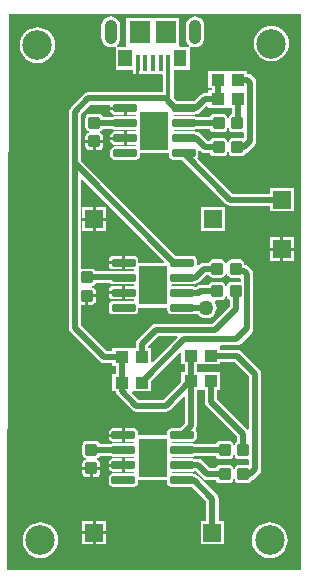
<source format=gbr>
%TF.GenerationSoftware,Altium Limited,Altium Designer,20.0.13 (296)*%
G04 Layer_Physical_Order=1*
G04 Layer_Color=255*
%FSLAX45Y45*%
%MOMM*%
%TF.FileFunction,Copper,L1,Top,Signal*%
%TF.Part,Single*%
G01*
G75*
%TA.AperFunction,SMDPad,CuDef*%
%ADD10R,1.10000X1.00000*%
%TA.AperFunction,ConnectorPad*%
%ADD11R,1.15000X1.45000*%
%ADD12R,1.10000X1.45000*%
%ADD13R,1.75000X1.90000*%
%ADD14R,0.30000X1.40000*%
%ADD15R,0.40000X1.40000*%
%ADD16R,0.30600X1.40000*%
%TA.AperFunction,SMDPad,CuDef*%
%ADD17R,2.41300X3.30200*%
G04:AMPARAMS|DCode=18|XSize=1.97mm|YSize=0.6mm|CornerRadius=0.075mm|HoleSize=0mm|Usage=FLASHONLY|Rotation=0.000|XOffset=0mm|YOffset=0mm|HoleType=Round|Shape=RoundedRectangle|*
%AMROUNDEDRECTD18*
21,1,1.97000,0.45000,0,0,0.0*
21,1,1.82000,0.60000,0,0,0.0*
1,1,0.15000,0.91000,-0.22500*
1,1,0.15000,-0.91000,-0.22500*
1,1,0.15000,-0.91000,0.22500*
1,1,0.15000,0.91000,0.22500*
%
%ADD18ROUNDEDRECTD18*%
G04:AMPARAMS|DCode=19|XSize=0.94mm|YSize=1.02mm|CornerRadius=0.094mm|HoleSize=0mm|Usage=FLASHONLY|Rotation=0.000|XOffset=0mm|YOffset=0mm|HoleType=Round|Shape=RoundedRectangle|*
%AMROUNDEDRECTD19*
21,1,0.94000,0.83200,0,0,0.0*
21,1,0.75200,1.02000,0,0,0.0*
1,1,0.18800,0.37600,-0.41600*
1,1,0.18800,-0.37600,-0.41600*
1,1,0.18800,-0.37600,0.41600*
1,1,0.18800,0.37600,0.41600*
%
%ADD19ROUNDEDRECTD19*%
G04:AMPARAMS|DCode=20|XSize=0.94mm|YSize=1.02mm|CornerRadius=0.094mm|HoleSize=0mm|Usage=FLASHONLY|Rotation=90.000|XOffset=0mm|YOffset=0mm|HoleType=Round|Shape=RoundedRectangle|*
%AMROUNDEDRECTD20*
21,1,0.94000,0.83200,0,0,90.0*
21,1,0.75200,1.02000,0,0,90.0*
1,1,0.18800,0.41600,0.37600*
1,1,0.18800,0.41600,-0.37600*
1,1,0.18800,-0.41600,-0.37600*
1,1,0.18800,-0.41600,0.37600*
%
%ADD20ROUNDEDRECTD20*%
%TA.AperFunction,Conductor*%
%ADD21C,0.50000*%
%ADD22C,0.38000*%
%TA.AperFunction,ComponentPad*%
%ADD23O,1.05000X2.10000*%
%ADD24R,1.50000X1.50000*%
%TA.AperFunction,ViaPad*%
%ADD25C,2.50000*%
%ADD26C,1.27000*%
G36*
X15824200Y7988300D02*
X13343993D01*
X13335023Y7997292D01*
X13347701Y12700000D01*
X15824200D01*
Y7988300D01*
D02*
G37*
%LPC*%
G36*
X14924400Y12676970D02*
X14904063Y12674293D01*
X14885114Y12666444D01*
X14868842Y12653957D01*
X14856355Y12637684D01*
X14848505Y12618734D01*
X14845828Y12598398D01*
Y12493398D01*
X14848505Y12473062D01*
X14856355Y12454112D01*
X14868842Y12437839D01*
X14874493Y12433501D01*
X14870183Y12420802D01*
X14869353Y12420801D01*
X14869353Y12420802D01*
X14869177Y12420801D01*
X14803056D01*
X14792302Y12425499D01*
X14792302Y12433502D01*
Y12666298D01*
X14341498D01*
Y12433502D01*
X14341498Y12425499D01*
X14330743Y12420801D01*
X14263617D01*
X14259306Y12433501D01*
X14264960Y12437839D01*
X14277444Y12454112D01*
X14285295Y12473062D01*
X14287971Y12493398D01*
Y12598398D01*
X14285295Y12618734D01*
X14277444Y12637684D01*
X14264960Y12653957D01*
X14248686Y12666444D01*
X14229736Y12674293D01*
X14209399Y12676970D01*
X14189064Y12674293D01*
X14170114Y12666444D01*
X14153841Y12653957D01*
X14141354Y12637684D01*
X14133505Y12618734D01*
X14130827Y12598398D01*
Y12493398D01*
X14133505Y12473062D01*
X14141354Y12454112D01*
X14153841Y12437839D01*
X14170114Y12425353D01*
X14189064Y12417503D01*
X14209399Y12414826D01*
X14229736Y12417503D01*
X14239633Y12421603D01*
X14252000Y12412979D01*
Y12225001D01*
X14396498D01*
Y12185500D01*
X14424197D01*
Y12280900D01*
X14449599D01*
Y12185500D01*
X14642651D01*
X14651633Y12176520D01*
X14651631Y12032567D01*
X14020799D01*
X14001135Y12028656D01*
X13984464Y12017516D01*
X13870164Y11903216D01*
X13859024Y11886545D01*
X13855113Y11866880D01*
Y11432540D01*
Y10040620D01*
X13859024Y10020955D01*
X13870164Y10004284D01*
X14119084Y9755364D01*
X14135754Y9744224D01*
X14155420Y9740313D01*
X14223701D01*
Y9716300D01*
X14252715D01*
Y9651200D01*
X14223701D01*
Y9500400D01*
X14253294D01*
X14256625Y9483653D01*
X14267764Y9466982D01*
X14390865Y9343884D01*
X14407535Y9332744D01*
X14427200Y9328833D01*
X14676120D01*
X14695786Y9332744D01*
X14712456Y9343884D01*
X14825182Y9456608D01*
X14836914Y9451748D01*
Y9229038D01*
X14795375Y9187498D01*
X14721004D01*
X14708167Y9184945D01*
X14697282Y9177673D01*
X14690012Y9166790D01*
X14687457Y9153953D01*
Y9131453D01*
X14441553D01*
Y9153953D01*
X14438998Y9166790D01*
X14431728Y9177673D01*
X14420844Y9184945D01*
X14408006Y9187498D01*
X14329707D01*
Y9131453D01*
Y9075409D01*
X14405910D01*
X14407915Y9069326D01*
X14399040Y9060498D01*
X14226007D01*
X14215894Y9058486D01*
X14120441D01*
X14112889Y9069788D01*
X14101378Y9077480D01*
X14087801Y9080181D01*
X14004601D01*
X13991022Y9077480D01*
X13979510Y9069788D01*
X13971819Y9058277D01*
X13969118Y9044699D01*
Y8969499D01*
X13971819Y8955921D01*
X13979510Y8944410D01*
X13991022Y8936718D01*
X14001801Y8934574D01*
Y8921626D01*
X13991022Y8919482D01*
X13979510Y8911790D01*
X13971819Y8900279D01*
X13969118Y8886701D01*
Y8861801D01*
X14046201D01*
X14123282D01*
Y8886701D01*
X14120581Y8900279D01*
X14112889Y8911790D01*
X14101378Y8919482D01*
X14090601Y8921626D01*
Y8934574D01*
X14101378Y8936718D01*
X14112889Y8944410D01*
X14120441Y8955712D01*
X14206062D01*
X14213170Y8950962D01*
X14226007Y8948409D01*
X14405910D01*
X14407915Y8942326D01*
X14399040Y8933498D01*
X14329707D01*
Y8877453D01*
Y8821409D01*
X14405910D01*
X14407915Y8815326D01*
X14399040Y8806498D01*
X14226007D01*
X14213170Y8803945D01*
X14202287Y8796673D01*
X14195016Y8785790D01*
X14192464Y8772953D01*
Y8727954D01*
X14195016Y8715117D01*
X14202287Y8704234D01*
X14213170Y8696962D01*
X14226007Y8694409D01*
X14408006D01*
X14420844Y8696962D01*
X14431728Y8704234D01*
X14438998Y8715117D01*
X14441553Y8727954D01*
Y8750453D01*
X14687457D01*
Y8727954D01*
X14690012Y8715117D01*
X14697282Y8704234D01*
X14708167Y8696962D01*
X14721004Y8694409D01*
X14898099D01*
X15020210Y8572297D01*
Y8406200D01*
X14971198D01*
Y8205400D01*
X15171999D01*
Y8406200D01*
X15122984D01*
Y8593582D01*
X15119073Y8613247D01*
X15107935Y8629918D01*
X14951216Y8786636D01*
X14934544Y8797776D01*
X14921056Y8800459D01*
X14915839Y8803945D01*
X14903001Y8806498D01*
X14723100D01*
X14721095Y8812581D01*
X14729968Y8821409D01*
X14903001D01*
X14915839Y8823962D01*
X14918988Y8826066D01*
X14931841D01*
X14992989Y8764917D01*
X15009660Y8753778D01*
X15029324Y8749866D01*
X15102534D01*
X15103320Y8745922D01*
X15111012Y8734411D01*
X15122523Y8726719D01*
X15136101Y8724018D01*
X15211301D01*
X15224879Y8726719D01*
X15236391Y8734411D01*
X15244083Y8745922D01*
X15246227Y8756700D01*
X15259174D01*
X15261317Y8745922D01*
X15269009Y8734411D01*
X15280521Y8726719D01*
X15294099Y8724018D01*
X15369299D01*
X15382877Y8726719D01*
X15394388Y8734411D01*
X15402080Y8745922D01*
X15403264Y8751874D01*
X15412065Y8753624D01*
X15428735Y8764764D01*
X15467838Y8803865D01*
X15478976Y8820536D01*
X15482887Y8840201D01*
Y9650999D01*
X15478976Y9670664D01*
X15467838Y9687335D01*
X15314436Y9840736D01*
X15297765Y9851876D01*
X15278101Y9855787D01*
X15138698D01*
Y9877472D01*
X15138699Y9879800D01*
X15144318Y9890173D01*
X15273019D01*
X15292685Y9894084D01*
X15309357Y9905224D01*
X15403336Y9999204D01*
X15414476Y10015875D01*
X15418387Y10035540D01*
Y10495280D01*
X15414476Y10514945D01*
X15403336Y10531616D01*
X15377936Y10557016D01*
X15361266Y10568156D01*
X15341600Y10572067D01*
X15341281D01*
Y10582600D01*
X15338580Y10596178D01*
X15330888Y10607689D01*
X15319377Y10615381D01*
X15305798Y10618082D01*
X15230598D01*
X15217021Y10615381D01*
X15205510Y10607689D01*
X15197818Y10596178D01*
X15195674Y10585400D01*
X15182726D01*
X15180582Y10596178D01*
X15172890Y10607689D01*
X15161378Y10615381D01*
X15147801Y10618082D01*
X15072601D01*
X15059023Y10615381D01*
X15047511Y10607689D01*
X15039819Y10596178D01*
X15039066Y10592387D01*
X14998700D01*
X14979034Y10588476D01*
X14962364Y10577336D01*
X14951286Y10566259D01*
X14945126Y10567777D01*
X14938942Y10571875D01*
Y10614300D01*
X14936389Y10627137D01*
X14929117Y10638020D01*
X14918234Y10645291D01*
X14905397Y10647845D01*
X14763869D01*
X13957887Y11453825D01*
Y11845595D01*
X14042085Y11929793D01*
X14201491D01*
X14207558Y11922400D01*
Y11912600D01*
X14332101D01*
Y11899900D01*
X14344801D01*
Y11843855D01*
X14421005D01*
X14423009Y11837773D01*
X14414136Y11828945D01*
X14241103D01*
X14231761Y11827086D01*
X14145840D01*
X14138289Y11838388D01*
X14126778Y11846080D01*
X14113200Y11848781D01*
X14030000D01*
X14016422Y11846080D01*
X14004910Y11838388D01*
X13997218Y11826877D01*
X13994518Y11813299D01*
Y11738099D01*
X13997218Y11724521D01*
X14004910Y11713010D01*
X14016422Y11705318D01*
X14027200Y11703174D01*
Y11690226D01*
X14016422Y11688082D01*
X14004910Y11680390D01*
X13997218Y11668879D01*
X13994518Y11655301D01*
Y11630401D01*
X14071600D01*
X14148682D01*
Y11655301D01*
X14145981Y11668879D01*
X14138289Y11680390D01*
X14126778Y11688082D01*
X14116000Y11690226D01*
Y11703174D01*
X14126778Y11705318D01*
X14138289Y11713010D01*
X14145840Y11724312D01*
X14220927D01*
X14228265Y11719409D01*
X14241103Y11716855D01*
X14421005D01*
X14423009Y11710773D01*
X14414136Y11701945D01*
X14344801D01*
Y11645900D01*
Y11589855D01*
X14421005D01*
X14423009Y11583773D01*
X14414136Y11574945D01*
X14241103D01*
X14228265Y11572391D01*
X14217383Y11565120D01*
X14210110Y11554237D01*
X14207558Y11541400D01*
Y11496400D01*
X14210110Y11483563D01*
X14217383Y11472680D01*
X14228265Y11465409D01*
X14241103Y11462855D01*
X14423102D01*
X14435939Y11465409D01*
X14446822Y11472680D01*
X14454094Y11483563D01*
X14456647Y11496400D01*
Y11518900D01*
X14702553D01*
Y11496400D01*
X14705106Y11483563D01*
X14712378Y11472680D01*
X14723260Y11465409D01*
X14736098Y11462855D01*
X14810471D01*
X15184460Y11088864D01*
X15201132Y11077724D01*
X15220798Y11073813D01*
X15558701D01*
Y11024800D01*
X15759500D01*
Y11225600D01*
X15558701D01*
Y11176587D01*
X15242084D01*
X14943489Y11475182D01*
X14949089Y11483563D01*
X14951642Y11496400D01*
Y11538825D01*
X14957826Y11542923D01*
X14963986Y11544441D01*
X14975064Y11533364D01*
X14991734Y11522224D01*
X15011400Y11518313D01*
X15051765D01*
X15052521Y11514522D01*
X15060213Y11503011D01*
X15071722Y11495319D01*
X15085301Y11492618D01*
X15160501D01*
X15174078Y11495319D01*
X15185590Y11503011D01*
X15193282Y11514522D01*
X15195425Y11525300D01*
X15208374D01*
X15210518Y11514522D01*
X15218210Y11503011D01*
X15229721Y11495319D01*
X15243298Y11492618D01*
X15318500D01*
X15332077Y11495319D01*
X15343588Y11503011D01*
X15351280Y11514522D01*
X15352464Y11520474D01*
X15361266Y11522224D01*
X15377936Y11533364D01*
X15428735Y11584164D01*
X15439876Y11600835D01*
X15443787Y11620500D01*
Y12115800D01*
X15439876Y12135465D01*
X15428735Y12152136D01*
X15403336Y12177536D01*
X15386665Y12188676D01*
X15367297Y12192528D01*
Y12216600D01*
X15210002D01*
X15206499Y12216600D01*
X15197301D01*
X15193797Y12216600D01*
X15036502D01*
Y12065800D01*
X15065514D01*
Y12051500D01*
X15036502D01*
Y12027487D01*
X15008859D01*
X14989195Y12023576D01*
X14972523Y12012436D01*
X14916032Y11955945D01*
X14775224D01*
X14742171Y11989000D01*
X14742171Y12185500D01*
X14742302D01*
Y12225001D01*
X14879298D01*
X14879298Y12412145D01*
X14879298Y12414574D01*
X14881956Y12416431D01*
D01*
X14881956Y12416432D01*
X14881958D01*
X14892026Y12422490D01*
X14904063Y12417503D01*
X14924400Y12414826D01*
X14944736Y12417503D01*
X14963686Y12425353D01*
X14979959Y12437839D01*
X14992445Y12454112D01*
X15000294Y12473062D01*
X15002972Y12493398D01*
Y12598398D01*
X15000294Y12618734D01*
X14992445Y12637684D01*
X14979959Y12653957D01*
X14963686Y12666444D01*
X14944736Y12674293D01*
X14924400Y12676970D01*
D02*
G37*
G36*
X15570200Y12597128D02*
X15540717Y12594224D01*
X15512366Y12585624D01*
X15486238Y12571658D01*
X15463338Y12552863D01*
X15444542Y12529962D01*
X15430576Y12503834D01*
X15421976Y12475484D01*
X15419072Y12446000D01*
X15421976Y12416516D01*
X15430576Y12388166D01*
X15444542Y12362038D01*
X15463338Y12339137D01*
X15486238Y12320342D01*
X15512366Y12306376D01*
X15540717Y12297776D01*
X15570200Y12294872D01*
X15599684Y12297776D01*
X15628033Y12306376D01*
X15654163Y12320342D01*
X15677063Y12339137D01*
X15695857Y12362038D01*
X15709824Y12388166D01*
X15718423Y12416516D01*
X15721329Y12446000D01*
X15718423Y12475484D01*
X15709824Y12503834D01*
X15695857Y12529962D01*
X15677063Y12552863D01*
X15654163Y12571658D01*
X15628033Y12585624D01*
X15599684Y12594224D01*
X15570200Y12597128D01*
D02*
G37*
G36*
X13589000Y12584428D02*
X13559515Y12581524D01*
X13531166Y12572924D01*
X13505038Y12558958D01*
X13482137Y12540163D01*
X13463342Y12517262D01*
X13449376Y12491134D01*
X13440776Y12462784D01*
X13437872Y12433300D01*
X13440776Y12403816D01*
X13449376Y12375466D01*
X13463342Y12349338D01*
X13482137Y12326437D01*
X13505038Y12307642D01*
X13531166Y12293676D01*
X13559515Y12285076D01*
X13589000Y12282172D01*
X13618484Y12285076D01*
X13646834Y12293676D01*
X13672961Y12307642D01*
X13695863Y12326437D01*
X13714658Y12349338D01*
X13728624Y12375466D01*
X13737224Y12403816D01*
X13740128Y12433300D01*
X13737224Y12462784D01*
X13728624Y12491134D01*
X13714658Y12517262D01*
X13695863Y12540163D01*
X13672961Y12558958D01*
X13646834Y12572924D01*
X13618484Y12581524D01*
X13589000Y12584428D01*
D02*
G37*
G36*
X14319402Y11887200D02*
X14207558D01*
Y11877400D01*
X14210110Y11864563D01*
X14217383Y11853680D01*
X14228265Y11846409D01*
X14241103Y11843855D01*
X14319402D01*
Y11887200D01*
D02*
G37*
G36*
Y11701945D02*
X14241103D01*
X14228265Y11699391D01*
X14217383Y11692120D01*
X14210110Y11681237D01*
X14207558Y11668400D01*
Y11658600D01*
X14319402D01*
Y11701945D01*
D02*
G37*
G36*
Y11633200D02*
X14207558D01*
Y11623400D01*
X14210110Y11610563D01*
X14217383Y11599680D01*
X14228265Y11592409D01*
X14241103Y11589855D01*
X14319402D01*
Y11633200D01*
D02*
G37*
G36*
X14148682Y11605001D02*
X14084300D01*
Y11544619D01*
X14113200D01*
X14126778Y11547320D01*
X14138289Y11555012D01*
X14145981Y11566523D01*
X14148682Y11580101D01*
Y11605001D01*
D02*
G37*
G36*
X14058900D02*
X13994518D01*
Y11580101D01*
X13997218Y11566523D01*
X14004910Y11555012D01*
X14016422Y11547320D01*
X14030000Y11544619D01*
X14058900D01*
Y11605001D01*
D02*
G37*
G36*
X15175301Y11060500D02*
X14974500D01*
Y10859700D01*
X15175301D01*
Y11060500D01*
D02*
G37*
G36*
X15759500Y10806500D02*
X15671800D01*
Y10718800D01*
X15759500D01*
Y10806500D01*
D02*
G37*
G36*
X15646400D02*
X15558701D01*
Y10718800D01*
X15646400D01*
Y10806500D01*
D02*
G37*
G36*
X15759500Y10693400D02*
X15671800D01*
Y10605700D01*
X15759500D01*
Y10693400D01*
D02*
G37*
G36*
X15646400D02*
X15558701D01*
Y10605700D01*
X15646400D01*
Y10693400D01*
D02*
G37*
G36*
X14304308Y9187498D02*
X14226007D01*
X14213170Y9184945D01*
X14202287Y9177673D01*
X14195016Y9166790D01*
X14192464Y9153953D01*
Y9144153D01*
X14304308D01*
Y9187498D01*
D02*
G37*
G36*
Y9118753D02*
X14192464D01*
Y9108954D01*
X14195016Y9096117D01*
X14202287Y9085234D01*
X14213170Y9077962D01*
X14226007Y9075409D01*
X14304308D01*
Y9118753D01*
D02*
G37*
G36*
Y8933498D02*
X14226007D01*
X14213170Y8930945D01*
X14202287Y8923673D01*
X14195016Y8912790D01*
X14192464Y8899953D01*
Y8890153D01*
X14304308D01*
Y8933498D01*
D02*
G37*
G36*
Y8864753D02*
X14192464D01*
Y8854954D01*
X14195016Y8842117D01*
X14202287Y8831234D01*
X14213170Y8823962D01*
X14226007Y8821409D01*
X14304308D01*
Y8864753D01*
D02*
G37*
G36*
X14123282Y8836401D02*
X14058900D01*
Y8776019D01*
X14087801D01*
X14101378Y8778720D01*
X14112889Y8786412D01*
X14120581Y8797923D01*
X14123282Y8811501D01*
Y8836401D01*
D02*
G37*
G36*
X14033501D02*
X13969118D01*
Y8811501D01*
X13971819Y8797923D01*
X13979510Y8786412D01*
X13991022Y8778720D01*
X14004601Y8776019D01*
X14033501D01*
Y8836401D01*
D02*
G37*
G36*
X14172000Y8406200D02*
X14084300D01*
Y8318500D01*
X14172000D01*
Y8406200D01*
D02*
G37*
G36*
X14058900D02*
X13971201D01*
Y8318500D01*
X14058900D01*
Y8406200D01*
D02*
G37*
G36*
X14172000Y8293100D02*
X14084300D01*
Y8205400D01*
X14172000D01*
Y8293100D01*
D02*
G37*
G36*
X14058900D02*
X13971201D01*
Y8205400D01*
X14058900D01*
Y8293100D01*
D02*
G37*
G36*
X15557500Y8393428D02*
X15528017Y8390524D01*
X15499666Y8381924D01*
X15473538Y8367958D01*
X15450636Y8349163D01*
X15431842Y8326262D01*
X15417876Y8300134D01*
X15409276Y8271784D01*
X15406372Y8242300D01*
X15409276Y8212816D01*
X15417876Y8184466D01*
X15431842Y8158338D01*
X15450636Y8135437D01*
X15473538Y8116642D01*
X15499666Y8102676D01*
X15528017Y8094076D01*
X15557500Y8091172D01*
X15586984Y8094076D01*
X15615334Y8102676D01*
X15641463Y8116642D01*
X15664363Y8135437D01*
X15683157Y8158338D01*
X15697124Y8184466D01*
X15705724Y8212816D01*
X15708627Y8242300D01*
X15705724Y8271784D01*
X15697124Y8300134D01*
X15683157Y8326262D01*
X15664363Y8349163D01*
X15641463Y8367958D01*
X15615334Y8381924D01*
X15586984Y8390524D01*
X15557500Y8393428D01*
D02*
G37*
G36*
X13614400D02*
X13584917Y8390524D01*
X13556566Y8381924D01*
X13530438Y8367958D01*
X13507536Y8349163D01*
X13488742Y8326262D01*
X13474776Y8300134D01*
X13466176Y8271784D01*
X13463272Y8242300D01*
X13466176Y8212816D01*
X13474776Y8184466D01*
X13488742Y8158338D01*
X13507536Y8135437D01*
X13530438Y8116642D01*
X13556566Y8102676D01*
X13584917Y8094076D01*
X13614400Y8091172D01*
X13643884Y8094076D01*
X13672234Y8102676D01*
X13698363Y8116642D01*
X13721263Y8135437D01*
X13740057Y8158338D01*
X13754024Y8184466D01*
X13762624Y8212816D01*
X13765527Y8242300D01*
X13762624Y8271784D01*
X13754024Y8300134D01*
X13740057Y8326262D01*
X13721263Y8349163D01*
X13698363Y8367958D01*
X13672234Y8381924D01*
X13643884Y8390524D01*
X13614400Y8393428D01*
D02*
G37*
%LPD*%
G36*
X15036502Y11913109D02*
Y11900700D01*
X15193797D01*
X15197301Y11900700D01*
X15206499D01*
X15210002Y11900700D01*
X15235510D01*
Y11848432D01*
X15229721Y11847281D01*
X15218210Y11839589D01*
X15210518Y11828078D01*
X15208374Y11817300D01*
X15195425D01*
X15193282Y11828078D01*
X15185590Y11839589D01*
X15174078Y11847281D01*
X15160501Y11849982D01*
X15085301D01*
X15071722Y11847281D01*
X15060213Y11839589D01*
X15052521Y11828078D01*
X15051765Y11824287D01*
X14934084D01*
X14930934Y11826391D01*
X14918097Y11828945D01*
X14738194D01*
X14736191Y11835027D01*
X14745064Y11843855D01*
X14918097D01*
X14930934Y11846409D01*
X14934686Y11848916D01*
X14952325Y11852424D01*
X14968996Y11863564D01*
X15023802Y11918369D01*
X15036502Y11913109D01*
D02*
G37*
G36*
X15210518Y11717722D02*
X15218210Y11706211D01*
X15229721Y11698519D01*
X15243298Y11695818D01*
X15318500D01*
X15328313Y11697770D01*
X15341013Y11690378D01*
Y11653385D01*
X15338481Y11650748D01*
X15328313Y11644830D01*
X15318500Y11646782D01*
X15243298D01*
X15229721Y11644081D01*
X15218210Y11636389D01*
X15210518Y11624878D01*
X15208374Y11614100D01*
X15195425D01*
X15193282Y11624878D01*
X15185590Y11636389D01*
X15174078Y11644081D01*
X15160501Y11646782D01*
X15085301D01*
X15071722Y11644081D01*
X15060213Y11636389D01*
X15052521Y11624878D01*
X15051765Y11621087D01*
X15032684D01*
X14971536Y11682236D01*
X14954865Y11693376D01*
X14935201Y11697287D01*
X14934084D01*
X14930934Y11699391D01*
X14918097Y11701945D01*
X14738194D01*
X14736191Y11708027D01*
X14745064Y11716855D01*
X14918097D01*
X14930934Y11719409D01*
X14934084Y11721513D01*
X15051765D01*
X15052521Y11717722D01*
X15060213Y11706211D01*
X15071722Y11698519D01*
X15085301Y11695818D01*
X15160501D01*
X15174078Y11698519D01*
X15185590Y11706211D01*
X15193282Y11717722D01*
X15195425Y11728500D01*
X15208374D01*
X15210518Y11717722D01*
D02*
G37*
G36*
X14662834Y10603533D02*
X14657974Y10591800D01*
X14443947D01*
Y10614300D01*
X14441394Y10627137D01*
X14434122Y10638020D01*
X14423239Y10645291D01*
X14410402Y10647845D01*
X14332101D01*
Y10591800D01*
Y10535755D01*
X14408305D01*
X14410309Y10529673D01*
X14401436Y10520845D01*
X14228403D01*
X14219061Y10518986D01*
X14082341D01*
X14074789Y10530288D01*
X14063278Y10537980D01*
X14049699Y10540681D01*
X13966499D01*
X13957887Y10547749D01*
Y11291887D01*
X13969621Y11296747D01*
X14662834Y10603533D01*
D02*
G37*
G36*
X15197818Y10485822D02*
X15205510Y10474311D01*
X15217021Y10466619D01*
X15230598Y10463918D01*
X15305798D01*
X15315613Y10455864D01*
Y10435636D01*
X15305798Y10427582D01*
X15230598D01*
X15217021Y10424881D01*
X15205510Y10417189D01*
X15197818Y10405678D01*
X15195674Y10394900D01*
X15182726D01*
X15180582Y10405678D01*
X15172890Y10417189D01*
X15161378Y10424881D01*
X15147801Y10427582D01*
X15072601D01*
X15059023Y10424881D01*
X15047511Y10417189D01*
X15039819Y10405678D01*
X15039066Y10401887D01*
X14968221D01*
X14948555Y10397976D01*
X14935402Y10389187D01*
X14921384D01*
X14918234Y10391291D01*
X14905397Y10393845D01*
X14725494D01*
X14723491Y10399927D01*
X14732364Y10408755D01*
X14905397D01*
X14918234Y10411309D01*
X14921384Y10413413D01*
X14922501D01*
X14942165Y10417324D01*
X14958836Y10428464D01*
X15019984Y10489613D01*
X15039066D01*
X15039819Y10485822D01*
X15047511Y10474311D01*
X15059023Y10466619D01*
X15072601Y10463918D01*
X15147801D01*
X15161378Y10466619D01*
X15172890Y10474311D01*
X15180582Y10485822D01*
X15182726Y10496600D01*
X15195674D01*
X15197818Y10485822D01*
D02*
G37*
G36*
X14215565Y10411309D02*
X14228403Y10408755D01*
X14408305D01*
X14410309Y10402673D01*
X14401436Y10393845D01*
X14332101D01*
Y10337800D01*
Y10281755D01*
X14408305D01*
X14410309Y10275673D01*
X14401436Y10266845D01*
X14228403D01*
X14215565Y10264291D01*
X14204683Y10257020D01*
X14197411Y10246137D01*
X14194858Y10233300D01*
Y10188300D01*
X14197411Y10175463D01*
X14204683Y10164580D01*
X14215565Y10157309D01*
X14228403Y10154755D01*
X14410402D01*
X14423239Y10157309D01*
X14434122Y10164580D01*
X14441394Y10175463D01*
X14443947Y10188300D01*
Y10210800D01*
X14689853D01*
Y10188300D01*
X14692406Y10175463D01*
X14699678Y10164580D01*
X14710561Y10157309D01*
X14723398Y10154755D01*
X14905397D01*
X14918234Y10157309D01*
X14921384Y10159413D01*
X14946394D01*
X14955617Y10147396D01*
X14974187Y10133146D01*
X14995813Y10124188D01*
X15019020Y10121133D01*
X15042227Y10124188D01*
X15063853Y10133146D01*
X15082423Y10147396D01*
X15096674Y10165966D01*
X15105632Y10187593D01*
X15108687Y10210800D01*
X15105632Y10234007D01*
X15096674Y10255634D01*
X15091766Y10262028D01*
X15097385Y10273418D01*
X15147801D01*
X15161378Y10276119D01*
X15172890Y10283811D01*
X15180582Y10295322D01*
X15182726Y10306100D01*
X15195674D01*
X15197818Y10295322D01*
X15205510Y10283811D01*
X15216812Y10276259D01*
Y10219644D01*
X15069510Y10072343D01*
X14590375D01*
X14570709Y10068431D01*
X14554037Y10057292D01*
X14437762Y9941015D01*
X14426624Y9924344D01*
X14422711Y9904679D01*
Y9867100D01*
X14393700D01*
Y9867100D01*
X14384502D01*
Y9867100D01*
X14223701D01*
Y9843087D01*
X14176704D01*
X13957887Y10061905D01*
Y10229451D01*
X13966499Y10236519D01*
X13995399D01*
Y10309601D01*
X14008099D01*
Y10322301D01*
X14085182D01*
Y10347201D01*
X14082481Y10360779D01*
X14074789Y10372290D01*
X14063278Y10379982D01*
X14052499Y10382126D01*
Y10395074D01*
X14063278Y10397218D01*
X14074789Y10404910D01*
X14082341Y10416212D01*
X14208228D01*
X14215565Y10411309D01*
D02*
G37*
G36*
X14777202Y9957835D02*
X14566232Y9746864D01*
X14554498Y9751724D01*
Y9867100D01*
X14525487D01*
Y9883394D01*
X14611659Y9969568D01*
X14772342D01*
X14777202Y9957835D01*
D02*
G37*
G36*
X15380115Y9629714D02*
Y9182580D01*
X15370070Y9178602D01*
X15367413Y9178418D01*
X15109686Y9436146D01*
Y9513100D01*
X15138698D01*
Y9663900D01*
X14981403D01*
X14977899Y9663900D01*
X14968701D01*
X14965198Y9663900D01*
X14939690D01*
Y9729000D01*
X14965198D01*
X14968701Y9729000D01*
X14977899D01*
X14981403Y9729000D01*
X15138698D01*
Y9753013D01*
X15256815D01*
X15380115Y9629714D01*
D02*
G37*
G36*
X15006911Y9414861D02*
X15010823Y9395195D01*
X15021962Y9378524D01*
X15280312Y9120175D01*
Y9078541D01*
X15269009Y9070989D01*
X15261317Y9059478D01*
X15259174Y9048700D01*
X15246227D01*
X15244083Y9059478D01*
X15236391Y9070989D01*
X15224879Y9078681D01*
X15211301Y9081382D01*
X15136101D01*
X15122523Y9078681D01*
X15111012Y9070989D01*
X15103320Y9059478D01*
X15102567Y9055687D01*
X14919218D01*
X14915839Y9057945D01*
X14903001Y9060498D01*
X14723100D01*
X14721095Y9066581D01*
X14729968Y9075409D01*
X14903001D01*
X14915839Y9077962D01*
X14926723Y9085234D01*
X14933994Y9096117D01*
X14936546Y9108954D01*
Y9153953D01*
X14933994Y9166790D01*
X14928622Y9174830D01*
X14935777Y9185539D01*
X14939690Y9205204D01*
Y9513100D01*
X14965198D01*
X14968701Y9513100D01*
X14977899D01*
X14981403Y9513100D01*
X15006911D01*
Y9414861D01*
D02*
G37*
G36*
X14807903Y9826596D02*
Y9729000D01*
X14836914D01*
Y9663900D01*
X14807903D01*
Y9584674D01*
X14654836Y9431607D01*
X14448485D01*
X14391469Y9488624D01*
X14397653Y9500400D01*
X14554498D01*
Y9589786D01*
X14796169Y9831456D01*
X14807903Y9826596D01*
D02*
G37*
G36*
X15261317Y8949122D02*
X15269009Y8937611D01*
X15280521Y8929919D01*
X15294099Y8927218D01*
X15369299D01*
X15370296Y8927417D01*
X15380115Y8919360D01*
Y8886040D01*
X15370296Y8877983D01*
X15369299Y8878182D01*
X15294099D01*
X15280521Y8875481D01*
X15269009Y8867789D01*
X15261317Y8856278D01*
X15259174Y8845500D01*
X15246227D01*
X15244083Y8856278D01*
X15236391Y8867789D01*
X15224879Y8875481D01*
X15211301Y8878182D01*
X15136101D01*
X15122523Y8875481D01*
X15111012Y8867789D01*
X15103320Y8856278D01*
X15102596Y8852641D01*
X15050610D01*
X14989461Y8913790D01*
X14972791Y8924929D01*
X14953125Y8928841D01*
X14918988D01*
X14915839Y8930945D01*
X14903001Y8933498D01*
X14723100D01*
X14721095Y8939581D01*
X14729968Y8948409D01*
X14903001D01*
X14915839Y8950962D01*
X14918758Y8952913D01*
X15102567D01*
X15103320Y8949122D01*
X15111012Y8937611D01*
X15122523Y8929919D01*
X15136101Y8927218D01*
X15211301D01*
X15224879Y8929919D01*
X15236391Y8937611D01*
X15244083Y8949122D01*
X15246227Y8959900D01*
X15259174D01*
X15261317Y8949122D01*
D02*
G37*
%LPC*%
G36*
X14172000Y11060500D02*
X14084300D01*
Y10972800D01*
X14172000D01*
Y11060500D01*
D02*
G37*
G36*
X14058900D02*
X13971201D01*
Y10972800D01*
X14058900D01*
Y11060500D01*
D02*
G37*
G36*
X14172000Y10947400D02*
X14084300D01*
Y10859700D01*
X14172000D01*
Y10947400D01*
D02*
G37*
G36*
X14058900D02*
X13971201D01*
Y10859700D01*
X14058900D01*
Y10947400D01*
D02*
G37*
G36*
X14306702Y10647845D02*
X14228403D01*
X14215565Y10645291D01*
X14204683Y10638020D01*
X14197411Y10627137D01*
X14194858Y10614300D01*
Y10604500D01*
X14306702D01*
Y10647845D01*
D02*
G37*
G36*
Y10579100D02*
X14194858D01*
Y10569300D01*
X14197411Y10556463D01*
X14204683Y10545580D01*
X14215565Y10538309D01*
X14228403Y10535755D01*
X14306702D01*
Y10579100D01*
D02*
G37*
G36*
Y10393845D02*
X14228403D01*
X14215565Y10391291D01*
X14204683Y10384020D01*
X14197411Y10373137D01*
X14194858Y10360300D01*
Y10350500D01*
X14306702D01*
Y10393845D01*
D02*
G37*
G36*
Y10325100D02*
X14194858D01*
Y10315300D01*
X14197411Y10302463D01*
X14204683Y10291580D01*
X14215565Y10284309D01*
X14228403Y10281755D01*
X14306702D01*
Y10325100D01*
D02*
G37*
G36*
X14085182Y10296901D02*
X14020799D01*
Y10236519D01*
X14049699D01*
X14063278Y10239220D01*
X14074789Y10246912D01*
X14082481Y10258423D01*
X14085182Y10272001D01*
Y10296901D01*
D02*
G37*
%LPD*%
D10*
X15286899Y11976100D02*
D03*
X15116901D02*
D03*
X15286899Y12141200D02*
D03*
X15116901D02*
D03*
X15058299Y9804400D02*
D03*
X14888301D02*
D03*
X15058299Y9588500D02*
D03*
X14888301D02*
D03*
X14474100Y9791700D02*
D03*
X14304102D02*
D03*
X14474100Y9575800D02*
D03*
X14304102D02*
D03*
D11*
X14334901Y12322901D02*
D03*
D12*
X14798898D02*
D03*
D13*
X14454398Y12545898D02*
D03*
X14679402D02*
D03*
D14*
X14436897Y12280900D02*
D03*
X14501901D02*
D03*
D15*
X14566901D02*
D03*
X14696902D02*
D03*
D16*
X14631898D02*
D03*
D17*
X14579601Y11709400D02*
D03*
X14564505Y8940953D02*
D03*
X14566901Y10401300D02*
D03*
D18*
X14827098Y11899900D02*
D03*
Y11772900D02*
D03*
Y11645900D02*
D03*
Y11518900D02*
D03*
X14332101D02*
D03*
Y11645900D02*
D03*
Y11772900D02*
D03*
Y11899900D02*
D03*
X14812003Y9131453D02*
D03*
Y9004453D02*
D03*
Y8877453D02*
D03*
Y8750453D02*
D03*
X14317007D02*
D03*
Y8877453D02*
D03*
Y9004453D02*
D03*
Y9131453D02*
D03*
X14814398Y10591800D02*
D03*
Y10464800D02*
D03*
Y10337800D02*
D03*
Y10210800D02*
D03*
X14319402D02*
D03*
Y10337800D02*
D03*
Y10464800D02*
D03*
Y10591800D02*
D03*
D19*
X15122900Y11772900D02*
D03*
X15280899D02*
D03*
X15122900Y11569700D02*
D03*
X15280899D02*
D03*
X15173701Y9004300D02*
D03*
X15331699D02*
D03*
X15173701Y8801100D02*
D03*
X15331699D02*
D03*
X15110201Y10350500D02*
D03*
X15268199D02*
D03*
X15110201Y10541000D02*
D03*
X15268199D02*
D03*
D20*
X14071600Y11617701D02*
D03*
Y11775699D02*
D03*
X14046201Y8849101D02*
D03*
Y9007099D02*
D03*
X14008099Y10309601D02*
D03*
Y10467599D02*
D03*
D21*
X15286899Y11772900D02*
Y11976100D01*
X14071600Y11775699D02*
X14332101D01*
X14008099Y10467599D02*
X14319402D01*
X15268199Y10520680D02*
X15341600D01*
X14470969Y9578929D02*
X14833600Y9941560D01*
X14046201Y9007099D02*
X14317007D01*
X14696902Y11961595D02*
X14758597Y11899900D01*
X14827098D01*
X13906500Y11432540D02*
Y11866880D01*
Y10040620D02*
Y11432540D01*
X15268199Y10520680D02*
Y10541000D01*
X15341600Y10520680D02*
X15367000Y10495280D01*
Y10035540D02*
Y10495280D01*
X15273019Y9941560D02*
X15367000Y10035540D01*
X14833600Y9941560D02*
X15273019D01*
X14888301Y9205204D02*
Y9588500D01*
X14812003Y9131453D02*
X14885905Y9205357D01*
X14747240Y10591800D02*
X14814398D01*
X13906500Y11432540D02*
X14747240Y10591800D01*
X13906500Y11866880D02*
X14020799Y11981180D01*
X14814398Y10210800D02*
X15019020D01*
X14155420Y9791700D02*
X14304102D01*
X13906500Y10040620D02*
X14155420Y9791700D01*
X14020799Y11981180D02*
X14676120D01*
X15286899Y12141200D02*
X15367000D01*
X15392400Y12115800D01*
Y11620500D02*
Y12115800D01*
X15341600Y11569700D02*
X15392400Y11620500D01*
X15280899Y11569700D02*
X15341600D01*
X14474100Y9791700D02*
Y9904679D01*
X14590375Y10020955D01*
X15090794D01*
X15268199Y10198359D01*
Y10350500D01*
X15029324Y8801253D02*
X15171306D01*
X14953125Y8877453D02*
X15029324Y8801253D01*
X14812003Y8877453D02*
X14953125D01*
X14812003Y8750453D02*
X14912485D01*
X14914880Y8750300D02*
X15071597Y8593582D01*
Y8305800D02*
Y8593582D01*
X15220798Y11125200D02*
X15659100D01*
X14827098Y11518900D02*
X15220798Y11125200D01*
X15331699Y8801100D02*
X15392400D01*
X15431500Y8840201D01*
Y9650999D01*
X15278101Y9804400D02*
X15431500Y9650999D01*
X15058299Y9804400D02*
X15278101D01*
X15058299Y9414861D02*
Y9588500D01*
Y9414861D02*
X15331699Y9141460D01*
Y9004300D02*
Y9141460D01*
X14884399Y9588500D02*
X14888301D01*
X14676120Y9380220D02*
X14884399Y9588500D01*
X14427200Y9380220D02*
X14676120D01*
X14304102Y9503319D02*
X14427200Y9380220D01*
X14304102Y9503319D02*
Y9575800D01*
X15008859Y11976100D02*
X15116901D01*
X14932660Y11899900D02*
X15008859Y11976100D01*
X14827098Y11899900D02*
X14932660D01*
X15116901Y11976100D02*
Y12141200D01*
X14888301Y9588500D02*
Y9804400D01*
X14304102Y9575800D02*
Y9791700D01*
X14814398Y9004300D02*
X15173701D01*
X14968221Y10350500D02*
X15110201D01*
X14955521Y10337800D02*
X14968221Y10350500D01*
X14814398Y10337800D02*
X14955521D01*
X14998700Y10541000D02*
X15110201D01*
X14922501Y10464800D02*
X14998700Y10541000D01*
X14814398Y10464800D02*
X14922501D01*
X15011400Y11569700D02*
X15122900D01*
X14935201Y11645900D02*
X15011400Y11569700D01*
X14827098Y11645900D02*
X14935201D01*
X14827098Y11772900D02*
X15122900D01*
D22*
X14696899Y11961595D02*
X14696902Y12280900D01*
D23*
X14209399Y12545898D02*
D03*
X14924400D02*
D03*
D24*
X15659100Y11125200D02*
D03*
Y10706100D02*
D03*
X15074899Y10960100D02*
D03*
X15071597Y8305800D02*
D03*
X14071600Y10960100D02*
D03*
Y8305800D02*
D03*
D25*
X15570200Y12446000D02*
D03*
X13589000Y12433300D02*
D03*
X13614400Y8242300D02*
D03*
X15557500D02*
D03*
D26*
X15019020Y10210800D02*
D03*
%TF.MD5,3cbe49fef87b376a5d33a3d77b5b9ac2*%
M02*

</source>
